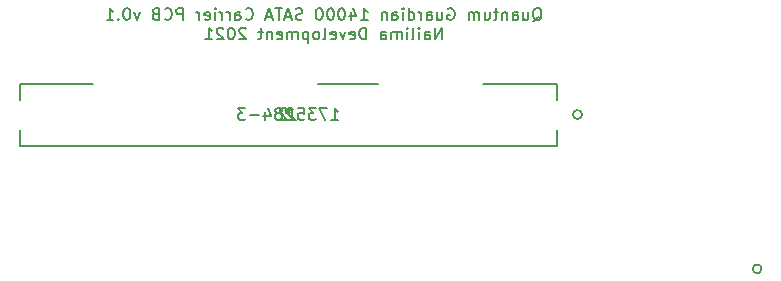
<source format=gbr>
%TF.GenerationSoftware,KiCad,Pcbnew,(5.1.9)-1*%
%TF.CreationDate,2021-04-07T17:32:18-07:00*%
%TF.ProjectId,driveCaddyAdapter,64726976-6543-4616-9464-794164617074,rev?*%
%TF.SameCoordinates,Original*%
%TF.FileFunction,Legend,Bot*%
%TF.FilePolarity,Positive*%
%FSLAX46Y46*%
G04 Gerber Fmt 4.6, Leading zero omitted, Abs format (unit mm)*
G04 Created by KiCad (PCBNEW (5.1.9)-1) date 2021-04-07 17:32:18*
%MOMM*%
%LPD*%
G01*
G04 APERTURE LIST*
%ADD10C,0.150000*%
%ADD11C,0.152400*%
G04 APERTURE END LIST*
D10*
X250735476Y-62079619D02*
X250830714Y-62032000D01*
X250925952Y-61936761D01*
X251068809Y-61793904D01*
X251164047Y-61746285D01*
X251259285Y-61746285D01*
X251211666Y-61984380D02*
X251306904Y-61936761D01*
X251402142Y-61841523D01*
X251449761Y-61651047D01*
X251449761Y-61317714D01*
X251402142Y-61127238D01*
X251306904Y-61032000D01*
X251211666Y-60984380D01*
X251021190Y-60984380D01*
X250925952Y-61032000D01*
X250830714Y-61127238D01*
X250783095Y-61317714D01*
X250783095Y-61651047D01*
X250830714Y-61841523D01*
X250925952Y-61936761D01*
X251021190Y-61984380D01*
X251211666Y-61984380D01*
X249925952Y-61317714D02*
X249925952Y-61984380D01*
X250354523Y-61317714D02*
X250354523Y-61841523D01*
X250306904Y-61936761D01*
X250211666Y-61984380D01*
X250068809Y-61984380D01*
X249973571Y-61936761D01*
X249925952Y-61889142D01*
X249021190Y-61984380D02*
X249021190Y-61460571D01*
X249068809Y-61365333D01*
X249164047Y-61317714D01*
X249354523Y-61317714D01*
X249449761Y-61365333D01*
X249021190Y-61936761D02*
X249116428Y-61984380D01*
X249354523Y-61984380D01*
X249449761Y-61936761D01*
X249497380Y-61841523D01*
X249497380Y-61746285D01*
X249449761Y-61651047D01*
X249354523Y-61603428D01*
X249116428Y-61603428D01*
X249021190Y-61555809D01*
X248545000Y-61317714D02*
X248545000Y-61984380D01*
X248545000Y-61412952D02*
X248497380Y-61365333D01*
X248402142Y-61317714D01*
X248259285Y-61317714D01*
X248164047Y-61365333D01*
X248116428Y-61460571D01*
X248116428Y-61984380D01*
X247783095Y-61317714D02*
X247402142Y-61317714D01*
X247640238Y-60984380D02*
X247640238Y-61841523D01*
X247592619Y-61936761D01*
X247497380Y-61984380D01*
X247402142Y-61984380D01*
X246640238Y-61317714D02*
X246640238Y-61984380D01*
X247068809Y-61317714D02*
X247068809Y-61841523D01*
X247021190Y-61936761D01*
X246925952Y-61984380D01*
X246783095Y-61984380D01*
X246687857Y-61936761D01*
X246640238Y-61889142D01*
X246164047Y-61984380D02*
X246164047Y-61317714D01*
X246164047Y-61412952D02*
X246116428Y-61365333D01*
X246021190Y-61317714D01*
X245878333Y-61317714D01*
X245783095Y-61365333D01*
X245735476Y-61460571D01*
X245735476Y-61984380D01*
X245735476Y-61460571D02*
X245687857Y-61365333D01*
X245592619Y-61317714D01*
X245449761Y-61317714D01*
X245354523Y-61365333D01*
X245306904Y-61460571D01*
X245306904Y-61984380D01*
X243545000Y-61032000D02*
X243640238Y-60984380D01*
X243783095Y-60984380D01*
X243925952Y-61032000D01*
X244021190Y-61127238D01*
X244068809Y-61222476D01*
X244116428Y-61412952D01*
X244116428Y-61555809D01*
X244068809Y-61746285D01*
X244021190Y-61841523D01*
X243925952Y-61936761D01*
X243783095Y-61984380D01*
X243687857Y-61984380D01*
X243545000Y-61936761D01*
X243497380Y-61889142D01*
X243497380Y-61555809D01*
X243687857Y-61555809D01*
X242640238Y-61317714D02*
X242640238Y-61984380D01*
X243068809Y-61317714D02*
X243068809Y-61841523D01*
X243021190Y-61936761D01*
X242925952Y-61984380D01*
X242783095Y-61984380D01*
X242687857Y-61936761D01*
X242640238Y-61889142D01*
X241735476Y-61984380D02*
X241735476Y-61460571D01*
X241783095Y-61365333D01*
X241878333Y-61317714D01*
X242068809Y-61317714D01*
X242164047Y-61365333D01*
X241735476Y-61936761D02*
X241830714Y-61984380D01*
X242068809Y-61984380D01*
X242164047Y-61936761D01*
X242211666Y-61841523D01*
X242211666Y-61746285D01*
X242164047Y-61651047D01*
X242068809Y-61603428D01*
X241830714Y-61603428D01*
X241735476Y-61555809D01*
X241259285Y-61984380D02*
X241259285Y-61317714D01*
X241259285Y-61508190D02*
X241211666Y-61412952D01*
X241164047Y-61365333D01*
X241068809Y-61317714D01*
X240973571Y-61317714D01*
X240211666Y-61984380D02*
X240211666Y-60984380D01*
X240211666Y-61936761D02*
X240306904Y-61984380D01*
X240497380Y-61984380D01*
X240592619Y-61936761D01*
X240640238Y-61889142D01*
X240687857Y-61793904D01*
X240687857Y-61508190D01*
X240640238Y-61412952D01*
X240592619Y-61365333D01*
X240497380Y-61317714D01*
X240306904Y-61317714D01*
X240211666Y-61365333D01*
X239735476Y-61984380D02*
X239735476Y-61317714D01*
X239735476Y-60984380D02*
X239783095Y-61032000D01*
X239735476Y-61079619D01*
X239687857Y-61032000D01*
X239735476Y-60984380D01*
X239735476Y-61079619D01*
X238830714Y-61984380D02*
X238830714Y-61460571D01*
X238878333Y-61365333D01*
X238973571Y-61317714D01*
X239164047Y-61317714D01*
X239259285Y-61365333D01*
X238830714Y-61936761D02*
X238925952Y-61984380D01*
X239164047Y-61984380D01*
X239259285Y-61936761D01*
X239306904Y-61841523D01*
X239306904Y-61746285D01*
X239259285Y-61651047D01*
X239164047Y-61603428D01*
X238925952Y-61603428D01*
X238830714Y-61555809D01*
X238354523Y-61317714D02*
X238354523Y-61984380D01*
X238354523Y-61412952D02*
X238306904Y-61365333D01*
X238211666Y-61317714D01*
X238068809Y-61317714D01*
X237973571Y-61365333D01*
X237925952Y-61460571D01*
X237925952Y-61984380D01*
X236164047Y-61984380D02*
X236735476Y-61984380D01*
X236449761Y-61984380D02*
X236449761Y-60984380D01*
X236545000Y-61127238D01*
X236640238Y-61222476D01*
X236735476Y-61270095D01*
X235306904Y-61317714D02*
X235306904Y-61984380D01*
X235545000Y-60936761D02*
X235783095Y-61651047D01*
X235164047Y-61651047D01*
X234592619Y-60984380D02*
X234497380Y-60984380D01*
X234402142Y-61032000D01*
X234354523Y-61079619D01*
X234306904Y-61174857D01*
X234259285Y-61365333D01*
X234259285Y-61603428D01*
X234306904Y-61793904D01*
X234354523Y-61889142D01*
X234402142Y-61936761D01*
X234497380Y-61984380D01*
X234592619Y-61984380D01*
X234687857Y-61936761D01*
X234735476Y-61889142D01*
X234783095Y-61793904D01*
X234830714Y-61603428D01*
X234830714Y-61365333D01*
X234783095Y-61174857D01*
X234735476Y-61079619D01*
X234687857Y-61032000D01*
X234592619Y-60984380D01*
X233640238Y-60984380D02*
X233545000Y-60984380D01*
X233449761Y-61032000D01*
X233402142Y-61079619D01*
X233354523Y-61174857D01*
X233306904Y-61365333D01*
X233306904Y-61603428D01*
X233354523Y-61793904D01*
X233402142Y-61889142D01*
X233449761Y-61936761D01*
X233545000Y-61984380D01*
X233640238Y-61984380D01*
X233735476Y-61936761D01*
X233783095Y-61889142D01*
X233830714Y-61793904D01*
X233878333Y-61603428D01*
X233878333Y-61365333D01*
X233830714Y-61174857D01*
X233783095Y-61079619D01*
X233735476Y-61032000D01*
X233640238Y-60984380D01*
X232687857Y-60984380D02*
X232592619Y-60984380D01*
X232497380Y-61032000D01*
X232449761Y-61079619D01*
X232402142Y-61174857D01*
X232354523Y-61365333D01*
X232354523Y-61603428D01*
X232402142Y-61793904D01*
X232449761Y-61889142D01*
X232497380Y-61936761D01*
X232592619Y-61984380D01*
X232687857Y-61984380D01*
X232783095Y-61936761D01*
X232830714Y-61889142D01*
X232878333Y-61793904D01*
X232925952Y-61603428D01*
X232925952Y-61365333D01*
X232878333Y-61174857D01*
X232830714Y-61079619D01*
X232783095Y-61032000D01*
X232687857Y-60984380D01*
X231211666Y-61936761D02*
X231068809Y-61984380D01*
X230830714Y-61984380D01*
X230735476Y-61936761D01*
X230687857Y-61889142D01*
X230640238Y-61793904D01*
X230640238Y-61698666D01*
X230687857Y-61603428D01*
X230735476Y-61555809D01*
X230830714Y-61508190D01*
X231021190Y-61460571D01*
X231116428Y-61412952D01*
X231164047Y-61365333D01*
X231211666Y-61270095D01*
X231211666Y-61174857D01*
X231164047Y-61079619D01*
X231116428Y-61032000D01*
X231021190Y-60984380D01*
X230783095Y-60984380D01*
X230640238Y-61032000D01*
X230259285Y-61698666D02*
X229783095Y-61698666D01*
X230354523Y-61984380D02*
X230021190Y-60984380D01*
X229687857Y-61984380D01*
X229497380Y-60984380D02*
X228925952Y-60984380D01*
X229211666Y-61984380D02*
X229211666Y-60984380D01*
X228640238Y-61698666D02*
X228164047Y-61698666D01*
X228735476Y-61984380D02*
X228402142Y-60984380D01*
X228068809Y-61984380D01*
X226402142Y-61889142D02*
X226449761Y-61936761D01*
X226592619Y-61984380D01*
X226687857Y-61984380D01*
X226830714Y-61936761D01*
X226925952Y-61841523D01*
X226973571Y-61746285D01*
X227021190Y-61555809D01*
X227021190Y-61412952D01*
X226973571Y-61222476D01*
X226925952Y-61127238D01*
X226830714Y-61032000D01*
X226687857Y-60984380D01*
X226592619Y-60984380D01*
X226449761Y-61032000D01*
X226402142Y-61079619D01*
X225545000Y-61984380D02*
X225545000Y-61460571D01*
X225592619Y-61365333D01*
X225687857Y-61317714D01*
X225878333Y-61317714D01*
X225973571Y-61365333D01*
X225545000Y-61936761D02*
X225640238Y-61984380D01*
X225878333Y-61984380D01*
X225973571Y-61936761D01*
X226021190Y-61841523D01*
X226021190Y-61746285D01*
X225973571Y-61651047D01*
X225878333Y-61603428D01*
X225640238Y-61603428D01*
X225545000Y-61555809D01*
X225068809Y-61984380D02*
X225068809Y-61317714D01*
X225068809Y-61508190D02*
X225021190Y-61412952D01*
X224973571Y-61365333D01*
X224878333Y-61317714D01*
X224783095Y-61317714D01*
X224449761Y-61984380D02*
X224449761Y-61317714D01*
X224449761Y-61508190D02*
X224402142Y-61412952D01*
X224354523Y-61365333D01*
X224259285Y-61317714D01*
X224164047Y-61317714D01*
X223830714Y-61984380D02*
X223830714Y-61317714D01*
X223830714Y-60984380D02*
X223878333Y-61032000D01*
X223830714Y-61079619D01*
X223783095Y-61032000D01*
X223830714Y-60984380D01*
X223830714Y-61079619D01*
X222973571Y-61936761D02*
X223068809Y-61984380D01*
X223259285Y-61984380D01*
X223354523Y-61936761D01*
X223402142Y-61841523D01*
X223402142Y-61460571D01*
X223354523Y-61365333D01*
X223259285Y-61317714D01*
X223068809Y-61317714D01*
X222973571Y-61365333D01*
X222925952Y-61460571D01*
X222925952Y-61555809D01*
X223402142Y-61651047D01*
X222497380Y-61984380D02*
X222497380Y-61317714D01*
X222497380Y-61508190D02*
X222449761Y-61412952D01*
X222402142Y-61365333D01*
X222306904Y-61317714D01*
X222211666Y-61317714D01*
X221116428Y-61984380D02*
X221116428Y-60984380D01*
X220735476Y-60984380D01*
X220640238Y-61032000D01*
X220592619Y-61079619D01*
X220545000Y-61174857D01*
X220545000Y-61317714D01*
X220592619Y-61412952D01*
X220640238Y-61460571D01*
X220735476Y-61508190D01*
X221116428Y-61508190D01*
X219545000Y-61889142D02*
X219592619Y-61936761D01*
X219735476Y-61984380D01*
X219830714Y-61984380D01*
X219973571Y-61936761D01*
X220068809Y-61841523D01*
X220116428Y-61746285D01*
X220164047Y-61555809D01*
X220164047Y-61412952D01*
X220116428Y-61222476D01*
X220068809Y-61127238D01*
X219973571Y-61032000D01*
X219830714Y-60984380D01*
X219735476Y-60984380D01*
X219592619Y-61032000D01*
X219545000Y-61079619D01*
X218783095Y-61460571D02*
X218640238Y-61508190D01*
X218592619Y-61555809D01*
X218545000Y-61651047D01*
X218545000Y-61793904D01*
X218592619Y-61889142D01*
X218640238Y-61936761D01*
X218735476Y-61984380D01*
X219116428Y-61984380D01*
X219116428Y-60984380D01*
X218783095Y-60984380D01*
X218687857Y-61032000D01*
X218640238Y-61079619D01*
X218592619Y-61174857D01*
X218592619Y-61270095D01*
X218640238Y-61365333D01*
X218687857Y-61412952D01*
X218783095Y-61460571D01*
X219116428Y-61460571D01*
X217449761Y-61317714D02*
X217211666Y-61984380D01*
X216973571Y-61317714D01*
X216402142Y-60984380D02*
X216306904Y-60984380D01*
X216211666Y-61032000D01*
X216164047Y-61079619D01*
X216116428Y-61174857D01*
X216068809Y-61365333D01*
X216068809Y-61603428D01*
X216116428Y-61793904D01*
X216164047Y-61889142D01*
X216211666Y-61936761D01*
X216306904Y-61984380D01*
X216402142Y-61984380D01*
X216497380Y-61936761D01*
X216545000Y-61889142D01*
X216592619Y-61793904D01*
X216640238Y-61603428D01*
X216640238Y-61365333D01*
X216592619Y-61174857D01*
X216545000Y-61079619D01*
X216497380Y-61032000D01*
X216402142Y-60984380D01*
X215640238Y-61889142D02*
X215592619Y-61936761D01*
X215640238Y-61984380D01*
X215687857Y-61936761D01*
X215640238Y-61889142D01*
X215640238Y-61984380D01*
X214640238Y-61984380D02*
X215211666Y-61984380D01*
X214925952Y-61984380D02*
X214925952Y-60984380D01*
X215021190Y-61127238D01*
X215116428Y-61222476D01*
X215211666Y-61270095D01*
X243045000Y-63634380D02*
X243045000Y-62634380D01*
X242473571Y-63634380D01*
X242473571Y-62634380D01*
X241568809Y-63634380D02*
X241568809Y-63110571D01*
X241616428Y-63015333D01*
X241711666Y-62967714D01*
X241902142Y-62967714D01*
X241997380Y-63015333D01*
X241568809Y-63586761D02*
X241664047Y-63634380D01*
X241902142Y-63634380D01*
X241997380Y-63586761D01*
X242045000Y-63491523D01*
X242045000Y-63396285D01*
X241997380Y-63301047D01*
X241902142Y-63253428D01*
X241664047Y-63253428D01*
X241568809Y-63205809D01*
X241092619Y-63634380D02*
X241092619Y-62967714D01*
X241092619Y-62634380D02*
X241140238Y-62682000D01*
X241092619Y-62729619D01*
X241045000Y-62682000D01*
X241092619Y-62634380D01*
X241092619Y-62729619D01*
X240473571Y-63634380D02*
X240568809Y-63586761D01*
X240616428Y-63491523D01*
X240616428Y-62634380D01*
X240092619Y-63634380D02*
X240092619Y-62967714D01*
X240092619Y-62634380D02*
X240140238Y-62682000D01*
X240092619Y-62729619D01*
X240045000Y-62682000D01*
X240092619Y-62634380D01*
X240092619Y-62729619D01*
X239616428Y-63634380D02*
X239616428Y-62967714D01*
X239616428Y-63062952D02*
X239568809Y-63015333D01*
X239473571Y-62967714D01*
X239330714Y-62967714D01*
X239235476Y-63015333D01*
X239187857Y-63110571D01*
X239187857Y-63634380D01*
X239187857Y-63110571D02*
X239140238Y-63015333D01*
X239045000Y-62967714D01*
X238902142Y-62967714D01*
X238806904Y-63015333D01*
X238759285Y-63110571D01*
X238759285Y-63634380D01*
X237854523Y-63634380D02*
X237854523Y-63110571D01*
X237902142Y-63015333D01*
X237997380Y-62967714D01*
X238187857Y-62967714D01*
X238283095Y-63015333D01*
X237854523Y-63586761D02*
X237949761Y-63634380D01*
X238187857Y-63634380D01*
X238283095Y-63586761D01*
X238330714Y-63491523D01*
X238330714Y-63396285D01*
X238283095Y-63301047D01*
X238187857Y-63253428D01*
X237949761Y-63253428D01*
X237854523Y-63205809D01*
X236616428Y-63634380D02*
X236616428Y-62634380D01*
X236378333Y-62634380D01*
X236235476Y-62682000D01*
X236140238Y-62777238D01*
X236092619Y-62872476D01*
X236045000Y-63062952D01*
X236045000Y-63205809D01*
X236092619Y-63396285D01*
X236140238Y-63491523D01*
X236235476Y-63586761D01*
X236378333Y-63634380D01*
X236616428Y-63634380D01*
X235235476Y-63586761D02*
X235330714Y-63634380D01*
X235521190Y-63634380D01*
X235616428Y-63586761D01*
X235664047Y-63491523D01*
X235664047Y-63110571D01*
X235616428Y-63015333D01*
X235521190Y-62967714D01*
X235330714Y-62967714D01*
X235235476Y-63015333D01*
X235187857Y-63110571D01*
X235187857Y-63205809D01*
X235664047Y-63301047D01*
X234854523Y-62967714D02*
X234616428Y-63634380D01*
X234378333Y-62967714D01*
X233616428Y-63586761D02*
X233711666Y-63634380D01*
X233902142Y-63634380D01*
X233997380Y-63586761D01*
X234045000Y-63491523D01*
X234045000Y-63110571D01*
X233997380Y-63015333D01*
X233902142Y-62967714D01*
X233711666Y-62967714D01*
X233616428Y-63015333D01*
X233568809Y-63110571D01*
X233568809Y-63205809D01*
X234045000Y-63301047D01*
X232997380Y-63634380D02*
X233092619Y-63586761D01*
X233140238Y-63491523D01*
X233140238Y-62634380D01*
X232473571Y-63634380D02*
X232568809Y-63586761D01*
X232616428Y-63539142D01*
X232664047Y-63443904D01*
X232664047Y-63158190D01*
X232616428Y-63062952D01*
X232568809Y-63015333D01*
X232473571Y-62967714D01*
X232330714Y-62967714D01*
X232235476Y-63015333D01*
X232187857Y-63062952D01*
X232140238Y-63158190D01*
X232140238Y-63443904D01*
X232187857Y-63539142D01*
X232235476Y-63586761D01*
X232330714Y-63634380D01*
X232473571Y-63634380D01*
X231711666Y-62967714D02*
X231711666Y-63967714D01*
X231711666Y-63015333D02*
X231616428Y-62967714D01*
X231425952Y-62967714D01*
X231330714Y-63015333D01*
X231283095Y-63062952D01*
X231235476Y-63158190D01*
X231235476Y-63443904D01*
X231283095Y-63539142D01*
X231330714Y-63586761D01*
X231425952Y-63634380D01*
X231616428Y-63634380D01*
X231711666Y-63586761D01*
X230806904Y-63634380D02*
X230806904Y-62967714D01*
X230806904Y-63062952D02*
X230759285Y-63015333D01*
X230664047Y-62967714D01*
X230521190Y-62967714D01*
X230425952Y-63015333D01*
X230378333Y-63110571D01*
X230378333Y-63634380D01*
X230378333Y-63110571D02*
X230330714Y-63015333D01*
X230235476Y-62967714D01*
X230092619Y-62967714D01*
X229997380Y-63015333D01*
X229949761Y-63110571D01*
X229949761Y-63634380D01*
X229092619Y-63586761D02*
X229187857Y-63634380D01*
X229378333Y-63634380D01*
X229473571Y-63586761D01*
X229521190Y-63491523D01*
X229521190Y-63110571D01*
X229473571Y-63015333D01*
X229378333Y-62967714D01*
X229187857Y-62967714D01*
X229092619Y-63015333D01*
X229045000Y-63110571D01*
X229045000Y-63205809D01*
X229521190Y-63301047D01*
X228616428Y-62967714D02*
X228616428Y-63634380D01*
X228616428Y-63062952D02*
X228568809Y-63015333D01*
X228473571Y-62967714D01*
X228330714Y-62967714D01*
X228235476Y-63015333D01*
X228187857Y-63110571D01*
X228187857Y-63634380D01*
X227854523Y-62967714D02*
X227473571Y-62967714D01*
X227711666Y-62634380D02*
X227711666Y-63491523D01*
X227664047Y-63586761D01*
X227568809Y-63634380D01*
X227473571Y-63634380D01*
X226425952Y-62729619D02*
X226378333Y-62682000D01*
X226283095Y-62634380D01*
X226045000Y-62634380D01*
X225949761Y-62682000D01*
X225902142Y-62729619D01*
X225854523Y-62824857D01*
X225854523Y-62920095D01*
X225902142Y-63062952D01*
X226473571Y-63634380D01*
X225854523Y-63634380D01*
X225235476Y-62634380D02*
X225140238Y-62634380D01*
X225045000Y-62682000D01*
X224997380Y-62729619D01*
X224949761Y-62824857D01*
X224902142Y-63015333D01*
X224902142Y-63253428D01*
X224949761Y-63443904D01*
X224997380Y-63539142D01*
X225045000Y-63586761D01*
X225140238Y-63634380D01*
X225235476Y-63634380D01*
X225330714Y-63586761D01*
X225378333Y-63539142D01*
X225425952Y-63443904D01*
X225473571Y-63253428D01*
X225473571Y-63015333D01*
X225425952Y-62824857D01*
X225378333Y-62729619D01*
X225330714Y-62682000D01*
X225235476Y-62634380D01*
X224521190Y-62729619D02*
X224473571Y-62682000D01*
X224378333Y-62634380D01*
X224140238Y-62634380D01*
X224045000Y-62682000D01*
X223997380Y-62729619D01*
X223949761Y-62824857D01*
X223949761Y-62920095D01*
X223997380Y-63062952D01*
X224568809Y-63634380D01*
X223949761Y-63634380D01*
X222997380Y-63634380D02*
X223568809Y-63634380D01*
X223283095Y-63634380D02*
X223283095Y-62634380D01*
X223378333Y-62777238D01*
X223473571Y-62872476D01*
X223568809Y-62920095D01*
D11*
%TO.C,J2*%
X252733000Y-72628900D02*
X207267000Y-72628900D01*
X207267000Y-72628900D02*
X207267000Y-71266685D01*
X207267000Y-67371100D02*
X213462085Y-67371100D01*
X252733000Y-67371100D02*
X252733000Y-68733315D01*
X252733000Y-71266685D02*
X252733000Y-72628900D01*
X207267000Y-68733315D02*
X207267000Y-67371100D01*
X246537965Y-67371100D02*
X252733000Y-67371100D01*
X232567965Y-67371100D02*
X237592085Y-67371100D01*
X254892000Y-70000000D02*
G75*
G03*
X254892000Y-70000000I-381000J0D01*
G01*
%TO.C,J1*%
X270092000Y-83062500D02*
G75*
G03*
X270092000Y-83062500I-381000J0D01*
G01*
%TO.C,J2*%
D10*
X230333333Y-69452380D02*
X230333333Y-70166666D01*
X230380952Y-70309523D01*
X230476190Y-70404761D01*
X230619047Y-70452380D01*
X230714285Y-70452380D01*
X229904761Y-69547619D02*
X229857142Y-69500000D01*
X229761904Y-69452380D01*
X229523809Y-69452380D01*
X229428571Y-69500000D01*
X229380952Y-69547619D01*
X229333333Y-69642857D01*
X229333333Y-69738095D01*
X229380952Y-69880952D01*
X229952380Y-70452380D01*
X229333333Y-70452380D01*
X233666666Y-70452380D02*
X234238095Y-70452380D01*
X233952380Y-70452380D02*
X233952380Y-69452380D01*
X234047619Y-69595238D01*
X234142857Y-69690476D01*
X234238095Y-69738095D01*
X233333333Y-69452380D02*
X232666666Y-69452380D01*
X233095238Y-70452380D01*
X232380952Y-69452380D02*
X231761904Y-69452380D01*
X232095238Y-69833333D01*
X231952380Y-69833333D01*
X231857142Y-69880952D01*
X231809523Y-69928571D01*
X231761904Y-70023809D01*
X231761904Y-70261904D01*
X231809523Y-70357142D01*
X231857142Y-70404761D01*
X231952380Y-70452380D01*
X232238095Y-70452380D01*
X232333333Y-70404761D01*
X232380952Y-70357142D01*
X230857142Y-69452380D02*
X231333333Y-69452380D01*
X231380952Y-69928571D01*
X231333333Y-69880952D01*
X231238095Y-69833333D01*
X231000000Y-69833333D01*
X230904761Y-69880952D01*
X230857142Y-69928571D01*
X230809523Y-70023809D01*
X230809523Y-70261904D01*
X230857142Y-70357142D01*
X230904761Y-70404761D01*
X231000000Y-70452380D01*
X231238095Y-70452380D01*
X231333333Y-70404761D01*
X231380952Y-70357142D01*
X230428571Y-69547619D02*
X230380952Y-69500000D01*
X230285714Y-69452380D01*
X230047619Y-69452380D01*
X229952380Y-69500000D01*
X229904761Y-69547619D01*
X229857142Y-69642857D01*
X229857142Y-69738095D01*
X229904761Y-69880952D01*
X230476190Y-70452380D01*
X229857142Y-70452380D01*
X229285714Y-69880952D02*
X229380952Y-69833333D01*
X229428571Y-69785714D01*
X229476190Y-69690476D01*
X229476190Y-69642857D01*
X229428571Y-69547619D01*
X229380952Y-69500000D01*
X229285714Y-69452380D01*
X229095238Y-69452380D01*
X229000000Y-69500000D01*
X228952380Y-69547619D01*
X228904761Y-69642857D01*
X228904761Y-69690476D01*
X228952380Y-69785714D01*
X229000000Y-69833333D01*
X229095238Y-69880952D01*
X229285714Y-69880952D01*
X229380952Y-69928571D01*
X229428571Y-69976190D01*
X229476190Y-70071428D01*
X229476190Y-70261904D01*
X229428571Y-70357142D01*
X229380952Y-70404761D01*
X229285714Y-70452380D01*
X229095238Y-70452380D01*
X229000000Y-70404761D01*
X228952380Y-70357142D01*
X228904761Y-70261904D01*
X228904761Y-70071428D01*
X228952380Y-69976190D01*
X229000000Y-69928571D01*
X229095238Y-69880952D01*
X228047619Y-69785714D02*
X228047619Y-70452380D01*
X228285714Y-69404761D02*
X228523809Y-70119047D01*
X227904761Y-70119047D01*
X227523809Y-70071428D02*
X226761904Y-70071428D01*
X226380952Y-69452380D02*
X225761904Y-69452380D01*
X226095238Y-69833333D01*
X225952380Y-69833333D01*
X225857142Y-69880952D01*
X225809523Y-69928571D01*
X225761904Y-70023809D01*
X225761904Y-70261904D01*
X225809523Y-70357142D01*
X225857142Y-70404761D01*
X225952380Y-70452380D01*
X226238095Y-70452380D01*
X226333333Y-70404761D01*
X226380952Y-70357142D01*
X230000000Y-69452380D02*
X230000000Y-69690476D01*
X230238095Y-69595238D02*
X230000000Y-69690476D01*
X229761904Y-69595238D01*
X230142857Y-69880952D02*
X230000000Y-69690476D01*
X229857142Y-69880952D01*
%TD*%
M02*

</source>
